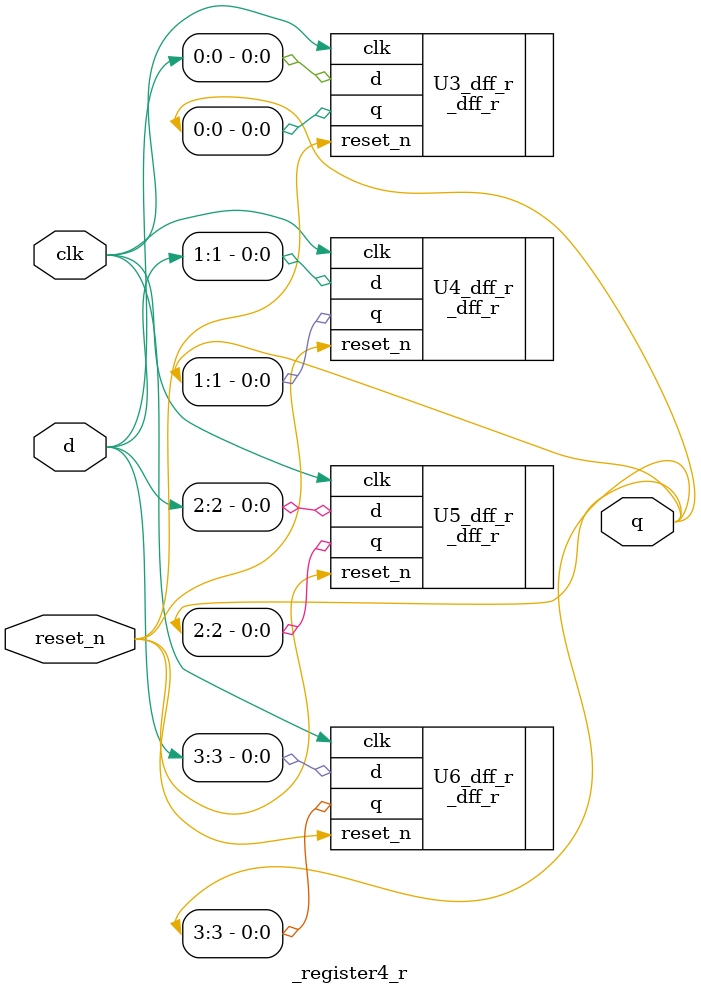
<source format=v>

module _register4_r(clk, reset_n, d, q);
	input clk, reset_n;
	input [3:0] d;
	output [3:0] q;
	
//instance of resettable D FF
	_dff_r U3_dff_r(.clk(clk), .reset_n(reset_n), .d(d[0]), .q(q[0]));
	_dff_r U4_dff_r(.clk(clk), .reset_n(reset_n), .d(d[1]), .q(q[1]));
	_dff_r U5_dff_r(.clk(clk), .reset_n(reset_n), .d(d[2]), .q(q[2]));
	_dff_r U6_dff_r(.clk(clk), .reset_n(reset_n), .d(d[3]), .q(q[3]));
	
endmodule 
</source>
